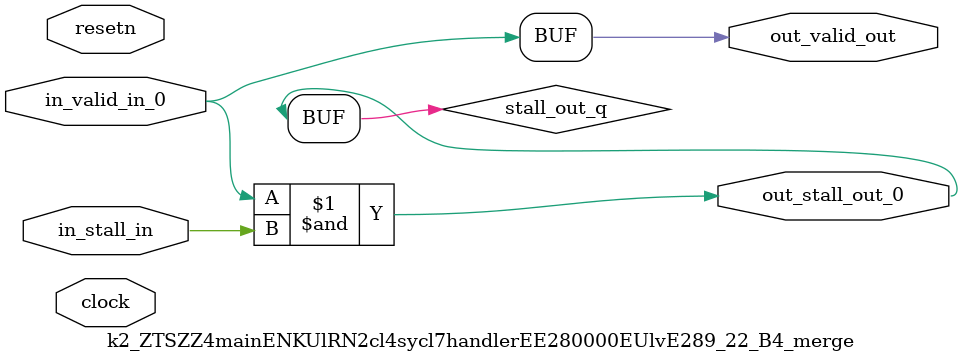
<source format=sv>



(* altera_attribute = "-name AUTO_SHIFT_REGISTER_RECOGNITION OFF; -name MESSAGE_DISABLE 10036; -name MESSAGE_DISABLE 10037; -name MESSAGE_DISABLE 14130; -name MESSAGE_DISABLE 14320; -name MESSAGE_DISABLE 15400; -name MESSAGE_DISABLE 14130; -name MESSAGE_DISABLE 10036; -name MESSAGE_DISABLE 12020; -name MESSAGE_DISABLE 12030; -name MESSAGE_DISABLE 12010; -name MESSAGE_DISABLE 12110; -name MESSAGE_DISABLE 14320; -name MESSAGE_DISABLE 13410; -name MESSAGE_DISABLE 113007; -name MESSAGE_DISABLE 10958" *)
module k2_ZTSZZ4mainENKUlRN2cl4sycl7handlerEE280000EUlvE289_22_B4_merge (
    input wire [0:0] in_stall_in,
    input wire [0:0] in_valid_in_0,
    output wire [0:0] out_stall_out_0,
    output wire [0:0] out_valid_out,
    input wire clock,
    input wire resetn
    );

    wire [0:0] stall_out_q;


    // stall_out(LOGICAL,6)
    assign stall_out_q = in_valid_in_0 & in_stall_in;

    // out_stall_out_0(GPOUT,4)
    assign out_stall_out_0 = stall_out_q;

    // out_valid_out(GPOUT,5)
    assign out_valid_out = in_valid_in_0;

endmodule

</source>
